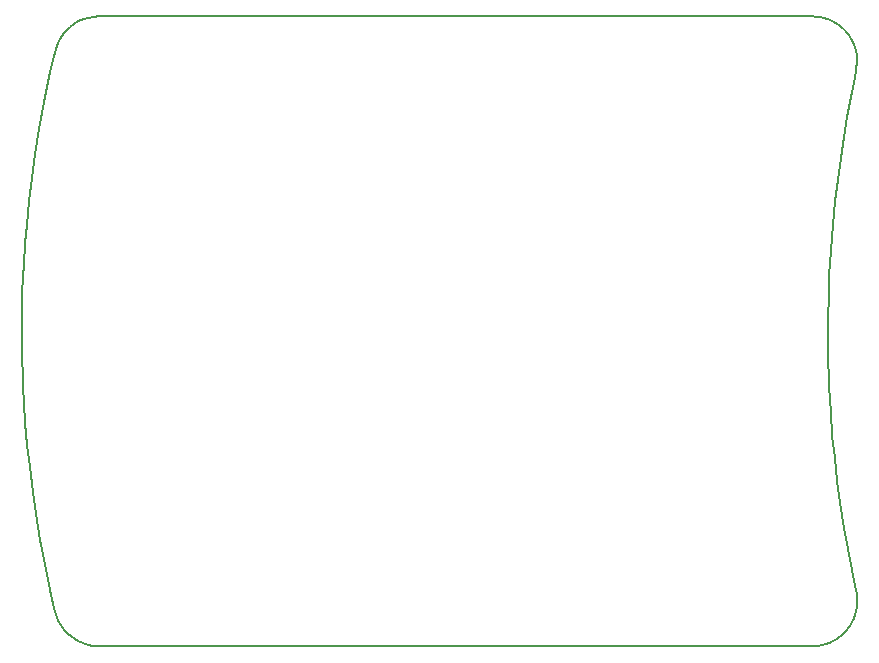
<source format=gm1>
G04 #@! TF.GenerationSoftware,KiCad,Pcbnew,(5.1.0)-1*
G04 #@! TF.CreationDate,2019-11-27T23:02:56+01:00*
G04 #@! TF.ProjectId,Canna,43616e6e-612e-46b6-9963-61645f706362,1*
G04 #@! TF.SameCoordinates,Original*
G04 #@! TF.FileFunction,Profile,NP*
%FSLAX46Y46*%
G04 Gerber Fmt 4.6, Leading zero omitted, Abs format (unit mm)*
G04 Created by KiCad (PCBNEW (5.1.0)-1) date 2019-11-27 23:02:56*
%MOMM*%
%LPD*%
G04 APERTURE LIST*
%ADD10C,0.150000*%
G04 APERTURE END LIST*
D10*
X109677200Y-98933000D02*
X109728000Y-99999800D01*
X109626400Y-97485200D02*
X109677200Y-98933000D01*
X109601000Y-95580200D02*
X109626400Y-97485200D01*
X109626400Y-93726000D02*
X109601000Y-95580200D01*
X109651800Y-92176600D02*
X109626400Y-93726000D01*
X109728000Y-90500200D02*
X109651800Y-92176600D01*
X177927000Y-99034600D02*
X177952400Y-99999800D01*
X177876200Y-97790000D02*
X177927000Y-99034600D01*
X177850800Y-96393000D02*
X177876200Y-97790000D01*
X177850800Y-95123000D02*
X177850800Y-96393000D01*
X177850800Y-94005400D02*
X177850800Y-95123000D01*
X177901600Y-92354400D02*
X177850800Y-94005400D01*
X177952400Y-90500200D02*
X177901600Y-92354400D01*
X180263800Y-73126600D02*
X180340000Y-72390000D01*
X109778800Y-101295200D02*
X109728000Y-99999800D01*
X109905800Y-103022400D02*
X109778800Y-101295200D01*
X110058200Y-104851200D02*
X109905800Y-103022400D01*
X110261400Y-106730800D02*
X110058200Y-104851200D01*
X110515400Y-108813600D02*
X110261400Y-106730800D01*
X110794800Y-110744000D02*
X110515400Y-108813600D01*
X111150400Y-112928400D02*
X110794800Y-110744000D01*
X111531400Y-114985800D02*
X111150400Y-112928400D01*
X112090200Y-117602000D02*
X111531400Y-114985800D01*
X112344200Y-118643400D02*
X112090200Y-117602000D01*
X112445800Y-119024400D02*
X112344200Y-118643400D01*
X112547400Y-119405400D02*
X112445800Y-119024400D01*
X112699800Y-119761000D02*
X112547400Y-119405400D01*
X112877600Y-120091200D02*
X112699800Y-119761000D01*
X113030000Y-120319800D02*
X112877600Y-120091200D01*
X113258600Y-120624600D02*
X113030000Y-120319800D01*
X113487200Y-120853200D02*
X113258600Y-120624600D01*
X113741200Y-121081800D02*
X113487200Y-120853200D01*
X114096800Y-121335800D02*
X113741200Y-121081800D01*
X114376200Y-121488200D02*
X114096800Y-121335800D01*
X114757200Y-121666000D02*
X114376200Y-121488200D01*
X115239800Y-121818400D02*
X114757200Y-121666000D01*
X115646200Y-121894600D02*
X115239800Y-121818400D01*
X116128800Y-121920000D02*
X115646200Y-121894600D01*
X109753400Y-89712800D02*
X109728000Y-90500200D01*
X109880400Y-87782400D02*
X109753400Y-89712800D01*
X110007400Y-86258400D02*
X109880400Y-87782400D01*
X110210600Y-84201000D02*
X110007400Y-86258400D01*
X110439200Y-82270600D02*
X110210600Y-84201000D01*
X110718600Y-80264000D02*
X110439200Y-82270600D01*
X111048800Y-78130400D02*
X110718600Y-80264000D01*
X111480600Y-75844400D02*
X111048800Y-78130400D01*
X112014000Y-73329800D02*
X111480600Y-75844400D01*
X112318800Y-71958200D02*
X112014000Y-73329800D01*
X112395000Y-71678800D02*
X112318800Y-71958200D01*
X112471200Y-71374000D02*
X112395000Y-71678800D01*
X112547400Y-71094600D02*
X112471200Y-71374000D01*
X112649000Y-70840600D02*
X112547400Y-71094600D01*
X112826800Y-70485000D02*
X112649000Y-70840600D01*
X113004600Y-70205600D02*
X112826800Y-70485000D01*
X113182400Y-69977000D02*
X113004600Y-70205600D01*
X113385600Y-69748400D02*
X113182400Y-69977000D01*
X113690400Y-69469000D02*
X113385600Y-69748400D01*
X114020600Y-69215000D02*
X113690400Y-69469000D01*
X114376200Y-69011800D02*
X114020600Y-69215000D01*
X114833400Y-68808600D02*
X114376200Y-69011800D01*
X115239800Y-68681600D02*
X114833400Y-68808600D01*
X115697000Y-68605400D02*
X115239800Y-68681600D01*
X116128800Y-68580000D02*
X115697000Y-68605400D01*
X180289200Y-117500400D02*
X180340000Y-118110000D01*
X180136800Y-116789200D02*
X180289200Y-117500400D01*
X179882800Y-115468400D02*
X180136800Y-116789200D01*
X179552600Y-113715800D02*
X179882800Y-115468400D01*
X179222400Y-111887000D02*
X179552600Y-113715800D01*
X178892200Y-109804200D02*
X179222400Y-111887000D01*
X178638200Y-107924600D02*
X178892200Y-109804200D01*
X178409600Y-105994200D02*
X178638200Y-107924600D01*
X178231800Y-104114600D02*
X178409600Y-105994200D01*
X178079400Y-102108000D02*
X178231800Y-104114600D01*
X177952400Y-99999800D02*
X178079400Y-102108000D01*
X180136800Y-73812400D02*
X180263800Y-73126600D01*
X179806600Y-75438000D02*
X180136800Y-73812400D01*
X179501800Y-77063600D02*
X179806600Y-75438000D01*
X179197000Y-78816200D02*
X179501800Y-77063600D01*
X178917600Y-80568800D02*
X179197000Y-78816200D01*
X178663600Y-82448400D02*
X178917600Y-80568800D01*
X178460400Y-84226400D02*
X178663600Y-82448400D01*
X178257200Y-86233000D02*
X178460400Y-84226400D01*
X178079400Y-88468200D02*
X178257200Y-86233000D01*
X177952400Y-90500200D02*
X178079400Y-88468200D01*
X176530000Y-121920000D02*
G75*
G03X180340000Y-118110000I0J3810000D01*
G01*
X180340000Y-72390000D02*
G75*
G03X176530000Y-68580000I-3810000J0D01*
G01*
X176530000Y-121920000D02*
X116128800Y-121920000D01*
X116128800Y-68580000D02*
X176530000Y-68580000D01*
M02*

</source>
